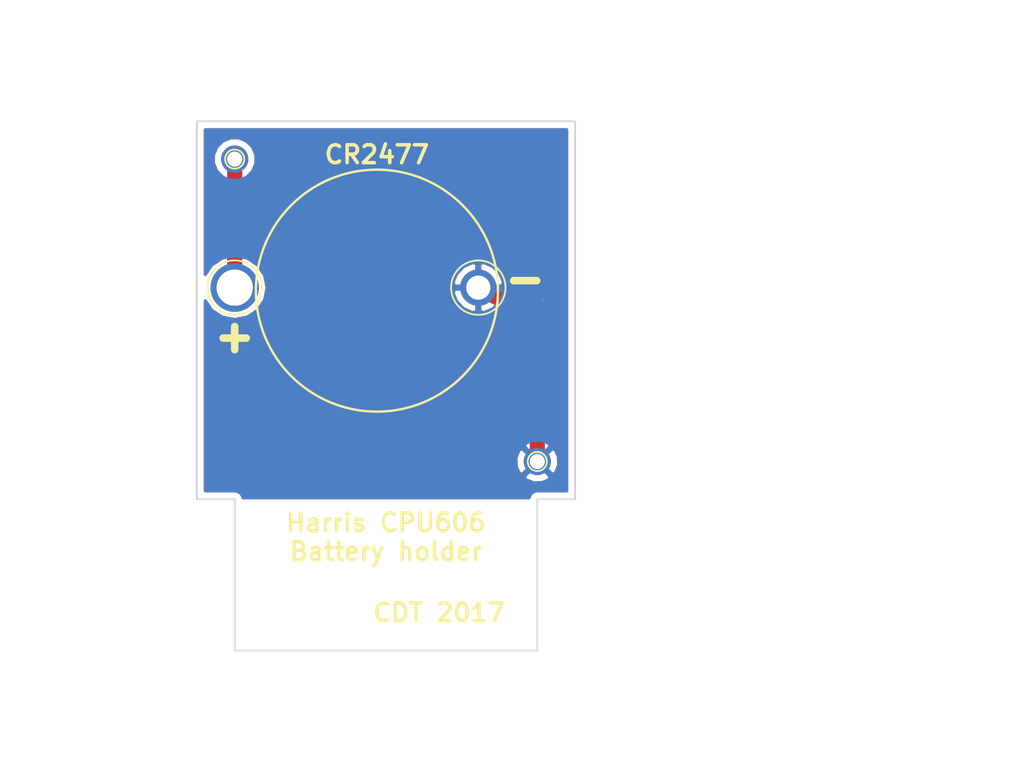
<source format=kicad_pcb>
(kicad_pcb (version 4) (host pcbnew 4.0.6-e0-6349~53~ubuntu14.04.1)

  (general
    (links 2)
    (no_connects 0)
    (area 85.824287 66.515 173.890715 132.24)
    (thickness 1.6)
    (drawings 24)
    (tracks 4)
    (zones 0)
    (modules 5)
    (nets 3)
  )

  (page A4)
  (layers
    (0 F.Cu signal)
    (31 B.Cu signal)
    (32 B.Adhes user)
    (33 F.Adhes user)
    (34 B.Paste user)
    (35 F.Paste user)
    (36 B.SilkS user)
    (37 F.SilkS user)
    (38 B.Mask user)
    (39 F.Mask user)
    (40 Dwgs.User user)
    (41 Cmts.User user)
    (42 Eco1.User user)
    (43 Eco2.User user)
    (44 Edge.Cuts user)
    (45 Margin user)
    (46 B.CrtYd user)
    (47 F.CrtYd user)
    (48 B.Fab user)
    (49 F.Fab user)
  )

  (setup
    (last_trace_width 0.25)
    (trace_clearance 0.2)
    (zone_clearance 0.508)
    (zone_45_only no)
    (trace_min 0.2)
    (segment_width 0.2)
    (edge_width 0.15)
    (via_size 0.6)
    (via_drill 0.4)
    (via_min_size 0.4)
    (via_min_drill 0.3)
    (uvia_size 0.3)
    (uvia_drill 0.1)
    (uvias_allowed no)
    (uvia_min_size 0)
    (uvia_min_drill 0)
    (pcb_text_width 0.3)
    (pcb_text_size 1.5 1.5)
    (mod_edge_width 0.15)
    (mod_text_size 1 1)
    (mod_text_width 0.15)
    (pad_size 3.048 3.048)
    (pad_drill 2.032)
    (pad_to_mask_clearance 0.2)
    (aux_axis_origin 0 0)
    (visible_elements 7FFFFFFF)
    (pcbplotparams
      (layerselection 0x00030_80000001)
      (usegerberextensions false)
      (excludeedgelayer true)
      (linewidth 0.100000)
      (plotframeref false)
      (viasonmask false)
      (mode 1)
      (useauxorigin false)
      (hpglpennumber 1)
      (hpglpenspeed 20)
      (hpglpendiameter 15)
      (hpglpenoverlay 2)
      (psnegative false)
      (psa4output false)
      (plotreference true)
      (plotvalue true)
      (plotinvisibletext false)
      (padsonsilk false)
      (subtractmaskfromsilk false)
      (outputformat 1)
      (mirror false)
      (drillshape 1)
      (scaleselection 1)
      (outputdirectory ""))
  )

  (net 0 "")
  (net 1 "Net-(P1-Pad1)")
  (net 2 "Net-(P2-Pad1)")

  (net_class Default "This is the default net class."
    (clearance 0.2)
    (trace_width 0.25)
    (via_dia 0.6)
    (via_drill 0.4)
    (uvia_dia 0.3)
    (uvia_drill 0.1)
  )

  (net_class Power ""
    (clearance 0.2)
    (trace_width 1.27)
    (via_dia 0.6)
    (via_drill 0.4)
    (uvia_dia 0.3)
    (uvia_drill 0.1)
    (add_net "Net-(P1-Pad1)")
    (add_net "Net-(P2-Pad1)")
  )

  (module Connectors:1pin (layer F.Cu) (tedit 5A12BC52) (tstamp 5A12A779)
    (at 125.222 90.17)
    (descr "module 1 pin (ou trou mecanique de percage)")
    (tags DEV)
    (path /5A12A307)
    (fp_text reference P3 (at 0 -3.048) (layer F.SilkS) hide
      (effects (font (size 1 1) (thickness 0.15)))
    )
    (fp_text value CONN_1 (at 0 2.794) (layer F.Fab)
      (effects (font (size 1 1) (thickness 0.15)))
    )
    (fp_circle (center 0 0) (end 0 -2.286) (layer F.SilkS) (width 0.15))
    (pad 1 thru_hole oval (at 0 0) (size 3.048 3.048) (drill oval 2.032) (layers *.Cu *.Mask)
      (net 2 "Net-(P2-Pad1)"))
  )

  (module Connectors:1pin (layer F.Cu) (tedit 5A12BC5B) (tstamp 5A12A77E)
    (at 104.775 90.17)
    (descr "module 1 pin (ou trou mecanique de percage)")
    (tags DEV)
    (path /5A12A380)
    (fp_text reference P4 (at 0 -3.048) (layer F.SilkS) hide
      (effects (font (size 1 1) (thickness 0.15)))
    )
    (fp_text value CONN_1 (at 0 2.794) (layer F.Fab)
      (effects (font (size 1 1) (thickness 0.15)))
    )
    (fp_circle (center 0 0) (end 0 -2.286) (layer F.SilkS) (width 0.15))
    (pad 1 thru_hole oval (at 0 0) (size 4.064 4.064) (drill oval 3.048) (layers *.Cu *.Mask)
      (net 1 "Net-(P1-Pad1)"))
  )

  (module Mounting_Holes:MountingHole_2.7mm (layer F.Cu) (tedit 5A12BCB1) (tstamp 5A12A870)
    (at 111.76 117.475)
    (descr "Mounting Hole 2.7mm, no annular")
    (tags "mounting hole 2.7mm no annular")
    (fp_text reference MH (at 0 -3.7) (layer F.SilkS) hide
      (effects (font (size 1 1) (thickness 0.15)))
    )
    (fp_text value MountingHole_2.7mm (at 1.6256 4.572) (layer F.Fab)
      (effects (font (size 1 1) (thickness 0.15)))
    )
    (fp_circle (center 0 0) (end 2.7 0) (layer Cmts.User) (width 0.15))
    (fp_circle (center 0 0) (end 2.95 0) (layer F.CrtYd) (width 0.05))
    (pad 1 np_thru_hole circle (at 0 0) (size 2.7 2.7) (drill 2.7) (layers *.Cu *.Mask))
  )

  (module Connectors:PINTST (layer F.Cu) (tedit 5A12BC41) (tstamp 5A12AFBD)
    (at 104.775 79.375)
    (descr "module 1 pin (ou trou mecanique de percage)")
    (tags DEV)
    (path /5A129F6D)
    (fp_text reference P1 (at 0 -1.26746) (layer F.SilkS) hide
      (effects (font (size 1 1) (thickness 0.15)))
    )
    (fp_text value CONN_1 (at 0 1.27) (layer F.Fab)
      (effects (font (size 1 1) (thickness 0.15)))
    )
    (fp_circle (center 0 0) (end -0.254 -0.762) (layer F.SilkS) (width 0.15))
    (pad 1 thru_hole circle (at 0 0) (size 2.286 2.286) (drill 1.27) (layers *.Cu *.Mask)
      (net 1 "Net-(P1-Pad1)"))
    (model Connect.3dshapes/PINTST.wrl
      (at (xyz 0 0 0))
      (scale (xyz 1 1 1))
      (rotate (xyz 0 0 0))
    )
  )

  (module Connectors:PINTST (layer F.Cu) (tedit 5A12BC4A) (tstamp 5A12AFC1)
    (at 130.175 104.775)
    (descr "module 1 pin (ou trou mecanique de percage)")
    (tags DEV)
    (path /5A129EF2)
    (fp_text reference P2 (at 0 -1.26746) (layer F.SilkS) hide
      (effects (font (size 1 1) (thickness 0.15)))
    )
    (fp_text value CONN_1 (at 0 1.27) (layer F.Fab)
      (effects (font (size 1 1) (thickness 0.15)))
    )
    (fp_circle (center 0 0) (end -0.254 -0.762) (layer F.SilkS) (width 0.15))
    (pad 1 thru_hole circle (at 0 0) (size 2.286 2.286) (drill 1.27) (layers *.Cu *.Mask)
      (net 2 "Net-(P2-Pad1)"))
    (model Connect.3dshapes/PINTST.wrl
      (at (xyz 0 0 0))
      (scale (xyz 1 1 1))
      (rotate (xyz 0 0 0))
    )
  )

  (gr_circle (center 116.713 90.424) (end 126.365 93.599) (layer F.SilkS) (width 0.2))
  (dimension 20.447 (width 0.3) (layer Dwgs.User)
    (gr_text "0.8050 in" (at 114.9985 83.867) (layer Dwgs.User)
      (effects (font (size 1.5 1.5) (thickness 0.3)))
    )
    (feature1 (pts (xy 125.222 88.646) (xy 125.222 82.517)))
    (feature2 (pts (xy 104.775 88.646) (xy 104.775 82.517)))
    (crossbar (pts (xy 104.775 85.217) (xy 125.222 85.217)))
    (arrow1a (pts (xy 125.222 85.217) (xy 124.095496 85.803421)))
    (arrow1b (pts (xy 125.222 85.217) (xy 124.095496 84.630579)))
    (arrow2a (pts (xy 104.775 85.217) (xy 105.901504 85.803421)))
    (arrow2b (pts (xy 104.775 85.217) (xy 105.901504 84.630579)))
  )
  (gr_text "CDT 2017" (at 121.92 117.475) (layer F.SilkS)
    (effects (font (size 1.5 1.5) (thickness 0.3)))
  )
  (gr_text "Harris CPU606\nBattery holder" (at 117.475 111.125) (layer F.SilkS)
    (effects (font (size 1.5 1.5) (thickness 0.3)))
  )
  (dimension 6.985 (width 0.3) (layer Dwgs.User)
    (gr_text "0.2750 in" (at 108.2675 107.235) (layer Dwgs.User)
      (effects (font (size 1.5 1.5) (thickness 0.3)))
    )
    (feature1 (pts (xy 111.76 111.76) (xy 111.76 105.885)))
    (feature2 (pts (xy 104.775 111.76) (xy 104.775 105.885)))
    (crossbar (pts (xy 104.775 108.585) (xy 111.76 108.585)))
    (arrow1a (pts (xy 111.76 108.585) (xy 110.633496 109.171421)))
    (arrow1b (pts (xy 111.76 108.585) (xy 110.633496 107.998579)))
    (arrow2a (pts (xy 104.775 108.585) (xy 105.901504 109.171421)))
    (arrow2b (pts (xy 104.775 108.585) (xy 105.901504 107.998579)))
  )
  (gr_text - (at 129.159 89.408) (layer F.SilkS)
    (effects (font (size 2.54 2.54) (thickness 0.635)))
  )
  (gr_text - (at 130.6322 90.9828) (layer F.SilkS)
    (effects (font (size 2.54 0.127) (thickness 0.03175)))
  )
  (gr_text + (at 104.775 94.234) (layer F.SilkS)
    (effects (font (size 2.54 2.54) (thickness 0.635)))
  )
  (gr_text CR2477 (at 116.713 78.994) (layer F.SilkS)
    (effects (font (size 1.5 1.5) (thickness 0.3)))
  )
  (dimension 25.4 (width 0.3) (layer Cmts.User)
    (gr_text "1.0000 in" (at 117.475 101.045) (layer Cmts.User)
      (effects (font (size 1.5 1.5) (thickness 0.3)))
    )
    (feature1 (pts (xy 130.175 98.425) (xy 130.175 102.395)))
    (feature2 (pts (xy 104.775 98.425) (xy 104.775 102.395)))
    (crossbar (pts (xy 104.775 99.695) (xy 130.175 99.695)))
    (arrow1a (pts (xy 130.175 99.695) (xy 129.048496 100.281421)))
    (arrow1b (pts (xy 130.175 99.695) (xy 129.048496 99.108579)))
    (arrow2a (pts (xy 104.775 99.695) (xy 105.901504 100.281421)))
    (arrow2b (pts (xy 104.775 99.695) (xy 105.901504 99.108579)))
  )
  (dimension 25.4 (width 0.3) (layer Cmts.User)
    (gr_text "1.0000 in" (at 143.59 92.075 270) (layer Cmts.User)
      (effects (font (size 1.5 1.5) (thickness 0.3)))
    )
    (feature1 (pts (xy 133.35 104.775) (xy 144.94 104.775)))
    (feature2 (pts (xy 133.35 79.375) (xy 144.94 79.375)))
    (crossbar (pts (xy 142.24 79.375) (xy 142.24 104.775)))
    (arrow1a (pts (xy 142.24 104.775) (xy 141.653579 103.648496)))
    (arrow1b (pts (xy 142.24 104.775) (xy 142.826421 103.648496)))
    (arrow2a (pts (xy 142.24 79.375) (xy 141.653579 80.501504)))
    (arrow2b (pts (xy 142.24 79.375) (xy 142.826421 80.501504)))
  )
  (dimension 41.275 (width 0.3) (layer Cmts.User)
    (gr_text "1.6250 in" (at 91.36 100.0125 270) (layer Cmts.User)
      (effects (font (size 1.5 1.5) (thickness 0.3)))
    )
    (feature1 (pts (xy 101.6 120.65) (xy 90.01 120.65)))
    (feature2 (pts (xy 101.6 79.375) (xy 90.01 79.375)))
    (crossbar (pts (xy 92.71 79.375) (xy 92.71 120.65)))
    (arrow1a (pts (xy 92.71 120.65) (xy 92.123579 119.523496)))
    (arrow1b (pts (xy 92.71 120.65) (xy 93.296421 119.523496)))
    (arrow2a (pts (xy 92.71 79.375) (xy 92.123579 80.501504)))
    (arrow2b (pts (xy 92.71 79.375) (xy 93.296421 80.501504)))
  )
  (dimension 3.175 (width 0.3) (layer Cmts.User)
    (gr_text "0.1250 in" (at 103.1875 130.889999) (layer Cmts.User)
      (effects (font (size 1.5 1.5) (thickness 0.3)))
    )
    (feature1 (pts (xy 104.775 107.95) (xy 104.775 132.239999)))
    (feature2 (pts (xy 101.6 107.95) (xy 101.6 132.239999)))
    (crossbar (pts (xy 101.6 129.539999) (xy 104.775 129.539999)))
    (arrow1a (pts (xy 104.775 129.539999) (xy 103.648496 130.12642)))
    (arrow1b (pts (xy 104.775 129.539999) (xy 103.648496 128.953578)))
    (arrow2a (pts (xy 101.6 129.539999) (xy 102.726504 130.12642)))
    (arrow2b (pts (xy 101.6 129.539999) (xy 102.726504 128.953578)))
  )
  (dimension 12.7 (width 0.3) (layer Cmts.User)
    (gr_text "0.5000 in" (at 149.305 114.3 90) (layer Cmts.User)
      (effects (font (size 1.5 1.5) (thickness 0.3)))
    )
    (feature1 (pts (xy 130.175 107.95) (xy 150.655 107.95)))
    (feature2 (pts (xy 130.175 120.65) (xy 150.655 120.65)))
    (crossbar (pts (xy 147.955 120.65) (xy 147.955 107.95)))
    (arrow1a (pts (xy 147.955 107.95) (xy 148.541421 109.076504)))
    (arrow1b (pts (xy 147.955 107.95) (xy 147.368579 109.076504)))
    (arrow2a (pts (xy 147.955 120.65) (xy 148.541421 119.523496)))
    (arrow2b (pts (xy 147.955 120.65) (xy 147.368579 119.523496)))
  )
  (dimension 44.45 (width 0.3) (layer Cmts.User)
    (gr_text "1.7500 in" (at 168.355 98.425 90) (layer Cmts.User)
      (effects (font (size 1.5 1.5) (thickness 0.3)))
    )
    (feature1 (pts (xy 130.175 76.2) (xy 169.705 76.2)))
    (feature2 (pts (xy 130.175 120.65) (xy 169.705 120.65)))
    (crossbar (pts (xy 167.005 120.65) (xy 167.005 76.2)))
    (arrow1a (pts (xy 167.005 76.2) (xy 167.591421 77.326504)))
    (arrow1b (pts (xy 167.005 76.2) (xy 166.418579 77.326504)))
    (arrow2a (pts (xy 167.005 120.65) (xy 167.591421 119.523496)))
    (arrow2b (pts (xy 167.005 120.65) (xy 166.418579 119.523496)))
  )
  (dimension 31.75 (width 0.3) (layer Cmts.User)
    (gr_text "1.2500 in" (at 117.475 67.865) (layer Cmts.User)
      (effects (font (size 1.5 1.5) (thickness 0.3)))
    )
    (feature1 (pts (xy 133.35 76.2) (xy 133.35 66.515)))
    (feature2 (pts (xy 101.6 76.2) (xy 101.6 66.515)))
    (crossbar (pts (xy 101.6 69.215) (xy 133.35 69.215)))
    (arrow1a (pts (xy 133.35 69.215) (xy 132.223496 69.801421)))
    (arrow1b (pts (xy 133.35 69.215) (xy 132.223496 68.628579)))
    (arrow2a (pts (xy 101.6 69.215) (xy 102.726504 69.801421)))
    (arrow2b (pts (xy 101.6 69.215) (xy 102.726504 68.628579)))
  )
  (gr_line (start 101.6 107.95) (end 101.6 76.2) (angle 90) (layer Edge.Cuts) (width 0.15))
  (gr_line (start 104.775 107.95) (end 101.6 107.95) (angle 90) (layer Edge.Cuts) (width 0.15))
  (gr_line (start 104.775 120.65) (end 104.775 107.95) (angle 90) (layer Edge.Cuts) (width 0.15))
  (gr_line (start 130.175 120.65) (end 104.775 120.65) (angle 90) (layer Edge.Cuts) (width 0.15))
  (gr_line (start 130.175 107.95) (end 130.175 120.65) (angle 90) (layer Edge.Cuts) (width 0.15))
  (gr_line (start 133.35 107.95) (end 130.175 107.95) (angle 90) (layer Edge.Cuts) (width 0.15))
  (gr_line (start 133.35 76.2) (end 133.35 107.95) (angle 90) (layer Edge.Cuts) (width 0.15))
  (gr_line (start 101.6 76.2) (end 133.35 76.2) (angle 90) (layer Edge.Cuts) (width 0.15))

  (segment (start 104.775 79.375) (end 104.775 88.011) (width 1.27) (layer F.Cu) (net 1))
  (segment (start 104.775 88.011) (end 104.775 90.17) (width 1.27) (layer F.Cu) (net 1) (tstamp 5A12AC78) (status 20))
  (segment (start 130.175 104.775) (end 130.175 92.837) (width 1.27) (layer F.Cu) (net 2))
  (segment (start 130.175 92.837) (end 125.222 90.17) (width 1.27) (layer F.Cu) (net 2) (tstamp 5A12AC85) (status 20))

  (zone (net 2) (net_name "Net-(P2-Pad1)") (layer F.Cu) (tstamp 5A12AD7E) (hatch edge 0.508)
    (connect_pads (clearance 0.508))
    (min_thickness 0.254)
    (fill yes (arc_segments 16) (thermal_gap 0.508) (thermal_bridge_width 0.508))
    (polygon
      (pts
        (xy 133.35 107.95) (xy 101.6 107.95) (xy 101.6 76.2) (xy 133.35 76.2)
      )
    )
    (filled_polygon
      (pts
        (xy 132.64 107.24) (xy 130.175 107.24) (xy 129.903295 107.294046) (xy 129.672954 107.447954) (xy 129.519046 107.678295)
        (xy 129.490262 107.823) (xy 105.459738 107.823) (xy 105.430954 107.678295) (xy 105.277046 107.447954) (xy 105.046705 107.294046)
        (xy 104.775 107.24) (xy 102.31 107.24) (xy 102.31 106.030963) (xy 129.098642 106.030963) (xy 129.214806 106.312658)
        (xy 129.876333 106.563062) (xy 130.583329 106.541249) (xy 131.135194 106.312658) (xy 131.251358 106.030963) (xy 130.175 104.954605)
        (xy 129.098642 106.030963) (xy 102.31 106.030963) (xy 102.31 104.476333) (xy 128.386938 104.476333) (xy 128.408751 105.183329)
        (xy 128.637342 105.735194) (xy 128.919037 105.851358) (xy 129.995395 104.775) (xy 130.354605 104.775) (xy 131.430963 105.851358)
        (xy 131.712658 105.735194) (xy 131.963062 105.073667) (xy 131.941249 104.366671) (xy 131.712658 103.814806) (xy 131.430963 103.698642)
        (xy 130.354605 104.775) (xy 129.995395 104.775) (xy 128.919037 103.698642) (xy 128.637342 103.814806) (xy 128.386938 104.476333)
        (xy 102.31 104.476333) (xy 102.31 103.519037) (xy 129.098642 103.519037) (xy 130.175 104.595395) (xy 131.251358 103.519037)
        (xy 131.135194 103.237342) (xy 130.473667 102.986938) (xy 129.766671 103.008751) (xy 129.214806 103.237342) (xy 129.098642 103.519037)
        (xy 102.31 103.519037) (xy 102.31 91.267299) (xy 102.836896 92.055854) (xy 103.702133 92.633987) (xy 104.72275 92.837)
        (xy 104.82725 92.837) (xy 105.847867 92.633987) (xy 106.713104 92.055854) (xy 107.291237 91.190617) (xy 107.402234 90.632594)
        (xy 123.113141 90.632594) (xy 123.403702 91.33409) (xy 123.98759 91.941311) (xy 124.759405 92.278866) (xy 125.095 92.166518)
        (xy 125.095 90.297) (xy 125.349 90.297) (xy 125.349 92.166518) (xy 125.684595 92.278866) (xy 126.45641 91.941311)
        (xy 127.040298 91.33409) (xy 127.330859 90.632594) (xy 127.218214 90.297) (xy 125.349 90.297) (xy 125.095 90.297)
        (xy 123.225786 90.297) (xy 123.113141 90.632594) (xy 107.402234 90.632594) (xy 107.49425 90.17) (xy 107.402235 89.707406)
        (xy 123.113141 89.707406) (xy 123.225786 90.043) (xy 125.095 90.043) (xy 125.095 88.173482) (xy 125.349 88.173482)
        (xy 125.349 90.043) (xy 127.218214 90.043) (xy 127.330859 89.707406) (xy 127.040298 89.00591) (xy 126.45641 88.398689)
        (xy 125.684595 88.061134) (xy 125.349 88.173482) (xy 125.095 88.173482) (xy 124.759405 88.061134) (xy 123.98759 88.398689)
        (xy 123.403702 89.00591) (xy 123.113141 89.707406) (xy 107.402235 89.707406) (xy 107.291237 89.149383) (xy 106.713104 88.284146)
        (xy 106.045 87.837733) (xy 106.045 80.619495) (xy 106.281436 80.383471) (xy 106.552691 79.730218) (xy 106.553308 79.022886)
        (xy 106.283194 78.36916) (xy 105.783471 77.868564) (xy 105.130218 77.597309) (xy 104.422886 77.596692) (xy 103.76916 77.866806)
        (xy 103.268564 78.366529) (xy 102.997309 79.019782) (xy 102.996692 79.727114) (xy 103.266806 80.38084) (xy 103.505 80.61945)
        (xy 103.505 87.837733) (xy 102.836896 88.284146) (xy 102.31 89.072701) (xy 102.31 76.91) (xy 132.64 76.91)
      )
    )
  )
  (zone (net 2) (net_name "Net-(P2-Pad1)") (layer B.Cu) (tstamp 5A12AD9F) (hatch edge 0.508)
    (connect_pads (clearance 0.508))
    (min_thickness 0.254)
    (fill yes (arc_segments 16) (thermal_gap 0.508) (thermal_bridge_width 0.508))
    (polygon
      (pts
        (xy 133.35 107.95) (xy 101.6 107.95) (xy 101.6 76.2) (xy 133.35 76.2)
      )
    )
    (filled_polygon
      (pts
        (xy 132.64 107.24) (xy 130.175 107.24) (xy 129.903295 107.294046) (xy 129.672954 107.447954) (xy 129.519046 107.678295)
        (xy 129.490262 107.823) (xy 105.459738 107.823) (xy 105.430954 107.678295) (xy 105.277046 107.447954) (xy 105.046705 107.294046)
        (xy 104.775 107.24) (xy 102.31 107.24) (xy 102.31 106.030963) (xy 129.098642 106.030963) (xy 129.214806 106.312658)
        (xy 129.876333 106.563062) (xy 130.583329 106.541249) (xy 131.135194 106.312658) (xy 131.251358 106.030963) (xy 130.175 104.954605)
        (xy 129.098642 106.030963) (xy 102.31 106.030963) (xy 102.31 104.476333) (xy 128.386938 104.476333) (xy 128.408751 105.183329)
        (xy 128.637342 105.735194) (xy 128.919037 105.851358) (xy 129.995395 104.775) (xy 130.354605 104.775) (xy 131.430963 105.851358)
        (xy 131.712658 105.735194) (xy 131.963062 105.073667) (xy 131.941249 104.366671) (xy 131.712658 103.814806) (xy 131.430963 103.698642)
        (xy 130.354605 104.775) (xy 129.995395 104.775) (xy 128.919037 103.698642) (xy 128.637342 103.814806) (xy 128.386938 104.476333)
        (xy 102.31 104.476333) (xy 102.31 103.519037) (xy 129.098642 103.519037) (xy 130.175 104.595395) (xy 131.251358 103.519037)
        (xy 131.135194 103.237342) (xy 130.473667 102.986938) (xy 129.766671 103.008751) (xy 129.214806 103.237342) (xy 129.098642 103.519037)
        (xy 102.31 103.519037) (xy 102.31 91.267299) (xy 102.836896 92.055854) (xy 103.702133 92.633987) (xy 104.72275 92.837)
        (xy 104.82725 92.837) (xy 105.847867 92.633987) (xy 106.713104 92.055854) (xy 107.291237 91.190617) (xy 107.402234 90.632594)
        (xy 123.113141 90.632594) (xy 123.403702 91.33409) (xy 123.98759 91.941311) (xy 124.759405 92.278866) (xy 125.095 92.166518)
        (xy 125.095 90.297) (xy 125.349 90.297) (xy 125.349 92.166518) (xy 125.684595 92.278866) (xy 126.45641 91.941311)
        (xy 127.040298 91.33409) (xy 127.330859 90.632594) (xy 127.218214 90.297) (xy 125.349 90.297) (xy 125.095 90.297)
        (xy 123.225786 90.297) (xy 123.113141 90.632594) (xy 107.402234 90.632594) (xy 107.49425 90.17) (xy 107.402235 89.707406)
        (xy 123.113141 89.707406) (xy 123.225786 90.043) (xy 125.095 90.043) (xy 125.095 88.173482) (xy 125.349 88.173482)
        (xy 125.349 90.043) (xy 127.218214 90.043) (xy 127.330859 89.707406) (xy 127.040298 89.00591) (xy 126.45641 88.398689)
        (xy 125.684595 88.061134) (xy 125.349 88.173482) (xy 125.095 88.173482) (xy 124.759405 88.061134) (xy 123.98759 88.398689)
        (xy 123.403702 89.00591) (xy 123.113141 89.707406) (xy 107.402235 89.707406) (xy 107.291237 89.149383) (xy 106.713104 88.284146)
        (xy 105.847867 87.706013) (xy 104.82725 87.503) (xy 104.72275 87.503) (xy 103.702133 87.706013) (xy 102.836896 88.284146)
        (xy 102.31 89.072701) (xy 102.31 79.727114) (xy 102.996692 79.727114) (xy 103.266806 80.38084) (xy 103.766529 80.881436)
        (xy 104.419782 81.152691) (xy 105.127114 81.153308) (xy 105.78084 80.883194) (xy 106.281436 80.383471) (xy 106.552691 79.730218)
        (xy 106.553308 79.022886) (xy 106.283194 78.36916) (xy 105.783471 77.868564) (xy 105.130218 77.597309) (xy 104.422886 77.596692)
        (xy 103.76916 77.866806) (xy 103.268564 78.366529) (xy 102.997309 79.019782) (xy 102.996692 79.727114) (xy 102.31 79.727114)
        (xy 102.31 76.91) (xy 132.64 76.91)
      )
    )
  )
)

</source>
